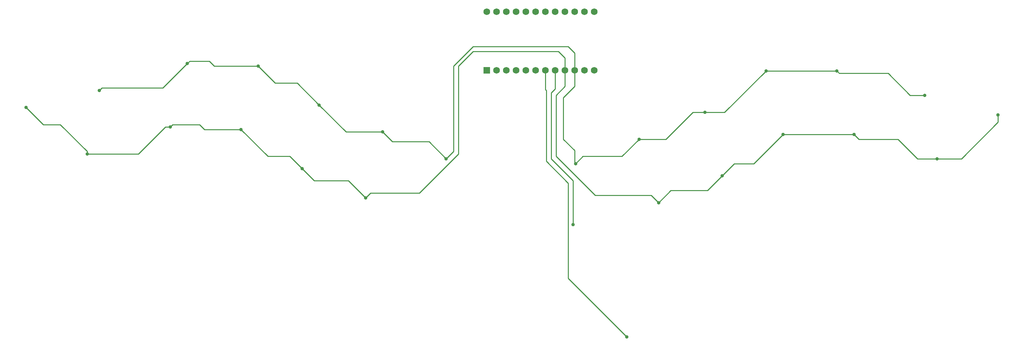
<source format=gtl>
%TF.GenerationSoftware,KiCad,Pcbnew,(6.0.7-1)-1*%
%TF.CreationDate,2022-08-01T14:13:19+02:00*%
%TF.ProjectId,green60-test3,67726565-6e36-4302-9d74-657374332e6b,v1.0.0*%
%TF.SameCoordinates,Original*%
%TF.FileFunction,Copper,L1,Top*%
%TF.FilePolarity,Positive*%
%FSLAX46Y46*%
G04 Gerber Fmt 4.6, Leading zero omitted, Abs format (unit mm)*
G04 Created by KiCad (PCBNEW (6.0.7-1)-1) date 2022-08-01 14:13:19*
%MOMM*%
%LPD*%
G01*
G04 APERTURE LIST*
%TA.AperFunction,ComponentPad*%
%ADD10R,1.752600X1.752600*%
%TD*%
%TA.AperFunction,ComponentPad*%
%ADD11C,1.752600*%
%TD*%
%TA.AperFunction,ViaPad*%
%ADD12C,0.900000*%
%TD*%
%TA.AperFunction,Conductor*%
%ADD13C,0.250000*%
%TD*%
G04 APERTURE END LIST*
D10*
%TO.P,MCU1,1*%
%TO.N,RAW*%
X148065183Y-34051448D03*
D11*
%TO.P,MCU1,2*%
%TO.N,N/C*%
X150605183Y-34051448D03*
%TO.P,MCU1,3*%
%TO.N,RST*%
X153145183Y-34051448D03*
%TO.P,MCU1,4*%
%TO.N,VCC*%
X155685183Y-34051448D03*
%TO.P,MCU1,5*%
%TO.N,P21*%
X158225183Y-34051448D03*
%TO.P,MCU1,6*%
%TO.N,P20*%
X160765183Y-34051448D03*
%TO.P,MCU1,7*%
%TO.N,P19*%
X163305183Y-34051448D03*
%TO.P,MCU1,8*%
%TO.N,P18*%
X165845183Y-34051448D03*
%TO.P,MCU1,9*%
%TO.N,P15*%
X168385183Y-34051448D03*
%TO.P,MCU1,10*%
%TO.N,P14*%
X170925183Y-34051448D03*
%TO.P,MCU1,11*%
%TO.N,P16*%
X173465183Y-34051448D03*
%TO.P,MCU1,12*%
%TO.N,P10*%
X176005183Y-34051448D03*
%TO.P,MCU1,13*%
%TO.N,P1*%
X148065183Y-18811448D03*
%TO.P,MCU1,14*%
%TO.N,P0*%
X150605183Y-18811448D03*
%TO.P,MCU1,15*%
%TO.N,N/C*%
X153145183Y-18811448D03*
%TO.P,MCU1,16*%
X155685183Y-18811448D03*
%TO.P,MCU1,17*%
%TO.N,P2*%
X158225183Y-18811448D03*
%TO.P,MCU1,18*%
%TO.N,P3*%
X160765183Y-18811448D03*
%TO.P,MCU1,19*%
%TO.N,P4*%
X163305183Y-18811448D03*
%TO.P,MCU1,20*%
%TO.N,P5*%
X165845183Y-18811448D03*
%TO.P,MCU1,21*%
%TO.N,P6*%
X168385183Y-18811448D03*
%TO.P,MCU1,22*%
%TO.N,P7*%
X170925183Y-18811448D03*
%TO.P,MCU1,23*%
%TO.N,P8*%
X173465183Y-18811448D03*
%TO.P,MCU1,24*%
%TO.N,P9*%
X176005183Y-18811448D03*
%TD*%
D12*
%TO.N,P19*%
X184475183Y-103421448D03*
%TO.N,P15*%
X28265183Y-43731448D03*
X225115183Y-50716448D03*
X84145183Y-49446448D03*
X209240183Y-61511448D03*
X116530183Y-67226448D03*
X44140183Y-55796448D03*
X265120183Y-57066448D03*
X243530183Y-50716448D03*
X100020183Y-59606448D03*
X280995183Y-45636448D03*
X192730183Y-68496448D03*
X65730183Y-48811448D03*
%TO.N,P14*%
X70175183Y-32301448D03*
X104465183Y-43096448D03*
X120975183Y-50081448D03*
X187650183Y-51986448D03*
X47315183Y-39286448D03*
X204795183Y-45001448D03*
X261945183Y-40556448D03*
X137485183Y-57066448D03*
X171140183Y-58336448D03*
X239085183Y-34206448D03*
X88590183Y-32936448D03*
X220670183Y-34206448D03*
%TO.N,P18*%
X170505183Y-74211448D03*
%TD*%
D13*
%TO.N,P19*%
X169235183Y-63416448D02*
X163520183Y-57701448D01*
X163305183Y-39071448D02*
X163305183Y-34051448D01*
X184475183Y-103421448D02*
X169235183Y-88181448D01*
X169235183Y-88181448D02*
X169235183Y-63416448D01*
X163520183Y-39286448D02*
X163305183Y-39071448D01*
X163520183Y-57701448D02*
X163520183Y-39286448D01*
%TO.N,P15*%
X112085183Y-62781448D02*
X116530183Y-67226448D01*
X66365183Y-48176448D02*
X73350183Y-48176448D01*
X100020183Y-59606448D02*
X103195183Y-62781448D01*
X212415183Y-58336448D02*
X209240183Y-61511448D01*
X73350183Y-48176448D02*
X74620183Y-49446448D01*
X209240183Y-61511448D02*
X205430183Y-65321448D01*
X244800183Y-51986448D02*
X243530183Y-50716448D01*
X96845183Y-56431448D02*
X100020183Y-59606448D01*
X44140183Y-55796448D02*
X57475183Y-55796448D01*
X225115183Y-50716448D02*
X217495183Y-58336448D01*
X91130183Y-56431448D02*
X96845183Y-56431448D01*
X217495183Y-58336448D02*
X212415183Y-58336448D01*
X205430183Y-65321448D02*
X195905183Y-65321448D01*
X166060183Y-40556448D02*
X168385183Y-38231448D01*
X74620183Y-49446448D02*
X84145183Y-49446448D01*
X166695183Y-29126448D02*
X168385183Y-30816448D01*
X260040183Y-57066448D02*
X254960183Y-51986448D01*
X84145183Y-49446448D02*
X91130183Y-56431448D01*
X117800183Y-65956448D02*
X130500183Y-65956448D01*
X176220183Y-66591448D02*
X166060183Y-56431448D01*
X265120183Y-57066448D02*
X260040183Y-57066448D01*
X195905183Y-65321448D02*
X192730183Y-68496448D01*
X166060183Y-56431448D02*
X166060183Y-40556448D01*
X140660183Y-55796448D02*
X140660183Y-32936448D01*
X280995183Y-45636448D02*
X280995183Y-47541448D01*
X190825183Y-66591448D02*
X176220183Y-66591448D01*
X64460183Y-48811448D02*
X65730183Y-48811448D01*
X37155183Y-48176448D02*
X44140183Y-55161448D01*
X65730183Y-48811448D02*
X66365183Y-48176448D01*
X271470183Y-57066448D02*
X265120183Y-57066448D01*
X116530183Y-67226448D02*
X117800183Y-65956448D01*
X140660183Y-32936448D02*
X144470183Y-29126448D01*
X32710183Y-48176448D02*
X37155183Y-48176448D01*
X192730183Y-68496448D02*
X190825183Y-66591448D01*
X130500183Y-65956448D02*
X140660183Y-55796448D01*
X28265183Y-43731448D02*
X32710183Y-48176448D01*
X168385183Y-30816448D02*
X168385183Y-34051448D01*
X103195183Y-62781448D02*
X112085183Y-62781448D01*
X44140183Y-55161448D02*
X44140183Y-55796448D01*
X57475183Y-55796448D02*
X64460183Y-48811448D01*
X243530183Y-50716448D02*
X225115183Y-50716448D01*
X254960183Y-51986448D02*
X244800183Y-51986448D01*
X168385183Y-38231448D02*
X168385183Y-34051448D01*
X280995183Y-47541448D02*
X271470183Y-57066448D01*
X144470183Y-29126448D02*
X166695183Y-29126448D01*
%TO.N,P14*%
X47950183Y-38651448D02*
X47315183Y-39286448D01*
X201620183Y-45001448D02*
X194635183Y-51986448D01*
X187650183Y-51986448D02*
X183205183Y-56431448D01*
X137485183Y-57066448D02*
X139390183Y-55161448D01*
X93035183Y-37381448D02*
X88590183Y-32936448D01*
X63825183Y-38651448D02*
X47950183Y-38651448D01*
X139390183Y-32936448D02*
X144470183Y-27856448D01*
X104465183Y-43096448D02*
X98750183Y-37381448D01*
X261945183Y-40556448D02*
X258135183Y-40556448D01*
X194635183Y-51986448D02*
X187650183Y-51986448D01*
X239085183Y-34206448D02*
X220670183Y-34206448D01*
X220670183Y-34206448D02*
X209875183Y-45001448D01*
X133040183Y-52621448D02*
X123515183Y-52621448D01*
X75890183Y-31666448D02*
X70810183Y-31666448D01*
X170925183Y-29546448D02*
X170925183Y-34051448D01*
X183205183Y-56431448D02*
X173045183Y-56431448D01*
X137485183Y-57066448D02*
X133040183Y-52621448D01*
X167965183Y-41191448D02*
X170925183Y-38231448D01*
X170886536Y-58082801D02*
X170886536Y-54907801D01*
X252420183Y-34841448D02*
X239720183Y-34841448D01*
X120975183Y-50081448D02*
X111450183Y-50081448D01*
X70810183Y-31666448D02*
X70175183Y-32301448D01*
X170886536Y-54907801D02*
X167965183Y-51986448D01*
X173045183Y-56431448D02*
X171140183Y-58336448D01*
X111450183Y-50081448D02*
X104465183Y-43096448D01*
X209875183Y-45001448D02*
X204795183Y-45001448D01*
X144470183Y-27856448D02*
X169235183Y-27856448D01*
X204795183Y-45001448D02*
X201620183Y-45001448D01*
X70175183Y-32301448D02*
X63825183Y-38651448D01*
X170925183Y-38231448D02*
X170925183Y-34051448D01*
X123515183Y-52621448D02*
X120975183Y-50081448D01*
X171140183Y-58336448D02*
X170886536Y-58082801D01*
X239720183Y-34841448D02*
X239085183Y-34206448D01*
X167965183Y-51986448D02*
X167965183Y-41191448D01*
X98750183Y-37381448D02*
X93035183Y-37381448D01*
X258135183Y-40556448D02*
X252420183Y-34841448D01*
X169235183Y-27856448D02*
X170925183Y-29546448D01*
X77160183Y-32936448D02*
X75890183Y-31666448D01*
X139390183Y-55161448D02*
X139390183Y-32936448D01*
X88590183Y-32936448D02*
X77160183Y-32936448D01*
%TO.N,P18*%
X164790183Y-57066448D02*
X164790183Y-39921448D01*
X164790183Y-39921448D02*
X165845183Y-38866448D01*
X170505183Y-74211448D02*
X170505183Y-62781448D01*
X165845183Y-38866448D02*
X165845183Y-34051448D01*
X170505183Y-62781448D02*
X164790183Y-57066448D01*
%TD*%
M02*

</source>
